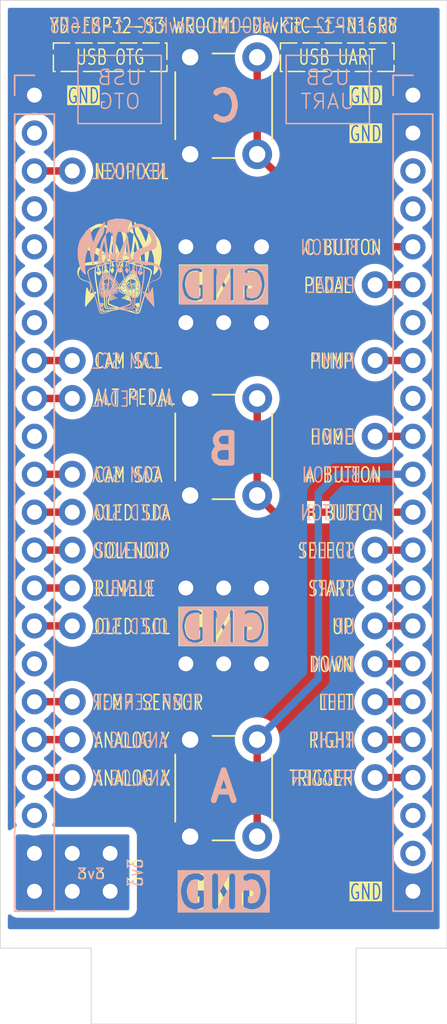
<source format=kicad_pcb>
(kicad_pcb (version 20241229) (generator "pcbnew") (generator_version "9.0")
  (title_block (comment 4 "AISLER Project ID: UDKLLJUE"))
  (layers (0 "F.Cu" signal) (2 "B.Cu" signal) (13 "F.Paste" user) (15 "B.Paste" user) (5 "F.SilkS" user "F.Silkscreen") (7 "B.SilkS" user "B.Silkscreen") (1 "F.Mask" user) (3 "B.Mask" user) (25 "Edge.Cuts" user))
  (net 0 "")
  (net 1 "VCC")
  (net 2 "GND")
  (net 3 "A")
  (net 4 "B")
  (net 5 "C")
  (footprint "MountingHole:MountingHole_2.2mm_M2" (layer "F.Cu") (at 243.84 106.68)
    (property "Reference" "REF**" (hide yes))
    (property "Value" "MountingHole_2.2mm_M2" (hide yes))
    (pad "" np_thru_hole circle (at 0 0) (size 2.2 2.2) (drill 2.2) (layers "*.Cu" "*.Mask"))
  )
  (footprint "Button_Switch_THT:SW_PUSH_6mm" (layer "F.Cu") (at 241.59 75.08 90)
    (property "Reference" "REF**" (hide yes))
    (property "Value" "SW_PUSH_6mm" (hide yes))
    (fp_text user "B" (at 3.25 2.25 0) (layer "F.Cu"))
    (pad "1" thru_hole circle (at 0 0 180) (size 2 2) (drill 1.1) (layers "*.Cu" "*.Mask") (net 2 "GND"))
    (pad "1" thru_hole circle (at 6.5 0 180) (size 2 2) (drill 1.1) (layers "*.Cu" "*.Mask") (net 2 "GND"))
    (pad "2" thru_hole circle (at 0 4.5 180) (size 2 2) (drill 1.1) (layers "*.Cu" "*.Mask") (net 4 "B"))
    (pad "2" thru_hole circle (at 6.5 4.5 180) (size 2 2) (drill 1.1) (layers "*.Cu" "*.Mask") (net 4 "B"))
  )
  (footprint "Button_Switch_THT:SW_PUSH_6mm" (layer "F.Cu") (at 241.59 97.94 90)
    (property "Reference" "REF**" (hide yes))
    (property "Value" "SW_PUSH_6mm" (hide yes))
    (fp_text user "A" (at 3.25 2.25 0) (layer "F.Cu"))
    (pad "1" thru_hole circle (at 0 0 180) (size 2 2) (drill 1.1) (layers "*.Cu" "*.Mask") (net 2 "GND"))
    (pad "1" thru_hole circle (at 6.5 0 180) (size 2 2) (drill 1.1) (layers "*.Cu" "*.Mask") (net 2 "GND"))
    (pad "2" thru_hole circle (at 0 4.5 180) (size 2 2) (drill 1.1) (layers "*.Cu" "*.Mask") (net 3 "A"))
    (pad "2" thru_hole circle (at 6.5 4.5 180) (size 2 2) (drill 1.1) (layers "*.Cu" "*.Mask") (net 3 "A"))
  )
  (footprint "Button_Switch_THT:SW_PUSH_6mm" (layer "F.Cu") (at 241.59 52.22 90)
    (property "Reference" "REF**" (hide yes))
    (property "Value" "SW_PUSH_6mm" (hide yes))
    (fp_text user "C" (at 3.25 2.25 0) (layer "F.Cu"))
    (pad "1" thru_hole circle (at 0 0 180) (size 2 2) (drill 1.1) (layers "*.Cu" "*.Mask") (net 2 "GND"))
    (pad "1" thru_hole circle (at 6.5 0 180) (size 2 2) (drill 1.1) (layers "*.Cu" "*.Mask") (net 2 "GND"))
    (pad "2" thru_hole circle (at 0 4.5 180) (size 2 2) (drill 1.1) (layers "*.Cu" "*.Mask") (net 5 "C"))
    (pad "2" thru_hole circle (at 6.5 4.5 180) (size 2 2) (drill 1.1) (layers "*.Cu" "*.Mask") (net 5 "C"))
  )
  (footprint "LOGO" (layer "F.Cu") (at 236.855 59.69)
    (property "Reference" "G***" (hide yes))
    (property "Value" "LOGO" (hide yes))
  )
  (footprint "Connector_PinSocket_2.54mm:PinSocket_1x22_P2.54mm_Vertical" (layer "B.Cu") (at 256.54 48.26 180)
    (property "Reference" "REF**" (hide yes))
    (property "Value" "PinSocket_1x22_P2.54mm_Vertical" (hide yes))
    (pad "23" thru_hole circle (at 0 -53.34 180) (size 1.7 1.7) (drill 1) (layers "*.Cu" "*.Mask") (net 2 "GND"))
    (pad "24" thru_hole circle (at 0 -50.8 180) (size 1.7 1.7) (drill 1) (layers "*.Cu" "*.Mask"))
    (pad "25" thru_hole circle (at 0 -48.26 180) (size 1.7 1.7) (drill 1) (layers "*.Cu" "*.Mask"))
    (pad "26" thru_hole circle (at 0 -45.72 180) (size 1.7 1.7) (drill 1) (layers "*.Cu" "*.Mask"))
    (pad "27" thru_hole circle (at 0 -43.18 180) (size 1.7 1.7) (drill 1) (layers "*.Cu" "*.Mask"))
    (pad "28" thru_hole circle (at 0 -40.64 180) (size 1.7 1.7) (drill 1) (layers "*.Cu" "*.Mask"))
    (pad "29" thru_hole circle (at 0 -38.1 180) (size 1.7 1.7) (drill 1) (layers "*.Cu" "*.Mask"))
    (pad "30" thru_hole circle (at 0 -35.56 180) (size 1.7 1.7) (drill 1) (layers "*.Cu" "*.Mask"))
    (pad "31" thru_hole circle (at 0 -33.02 180) (size 1.7 1.7) (drill 1) (layers "*.Cu" "*.Mask"))
    (pad "32" thru_hole circle (at 0 -30.48 180) (size 1.7 1.7) (drill 1) (layers "*.Cu" "*.Mask"))
    (pad "33" thru_hole circle (at 0 -27.94 180) (size 1.7 1.7) (drill 1) (layers "*.Cu" "*.Mask") (net 4 "B"))
    (pad "34" thru_hole circle (at 0 -25.4 180) (size 1.7 1.7) (drill 1) (layers "*.Cu" "*.Mask") (net 3 "A"))
    (pad "35" thru_hole circle (at 0 -22.86 180) (size 1.7 1.7) (drill 1) (layers "*.Cu" "*.Mask"))
    (pad "36" thru_hole circle (at 0 -20.32 180) (size 1.7 1.7) (drill 1) (layers "*.Cu" "*.Mask"))
    (pad "37" thru_hole circle (at 0 -17.78 180) (size 1.7 1.7) (drill 1) (layers "*.Cu" "*.Mask"))
    (pad "38" thru_hole circle (at 0 -15.24 180) (size 1.7 1.7) (drill 1) (layers "*.Cu" "*.Mask"))
    (pad "39" thru_hole circle (at 0 -12.7 180) (size 1.7 1.7) (drill 1) (layers "*.Cu" "*.Mask"))
    (pad "40" thru_hole circle (at 0 -10.16 180) (size 1.7 1.7) (drill 1) (layers "*.Cu" "*.Mask") (net 5 "C"))
    (pad "41" thru_hole circle (at 0 -7.62 180) (size 1.7 1.7) (drill 1) (layers "*.Cu" "*.Mask"))
    (pad "42" thru_hole circle (at 0 -5.08 180) (size 1.7 1.7) (drill 1) (layers "*.Cu" "*.Mask"))
    (pad "43" thru_hole circle (at 0 -2.54 180) (size 1.7 1.7) (drill 1) (layers "*.Cu" "*.Mask") (net 2 "GND"))
    (pad "44" thru_hole circle (at 0 0 180) (size 1.7 1.7) (drill 1) (layers "*.Cu" "*.Mask") (net 2 "GND"))
  )
  (footprint "Connector_PinSocket_2.54mm:PinSocket_1x22_P2.54mm_Vertical" (layer "B.Cu") (at 231.14 48.26 180)
    (property "Reference" "REF**" (hide yes))
    (property "Value" "PinSocket_1x22_P2.54mm_Vertical" (hide yes))
    (pad "1" thru_hole circle (at 0 0 180) (size 1.7 1.7) (drill 1) (layers "*.Cu" "*.Mask") (net 2 "GND"))
    (pad "2" thru_hole circle (at 0 -2.54 180) (size 1.7 1.7) (drill 1) (layers "*.Cu" "*.Mask"))
    (pad "3" thru_hole circle (at 0 -5.08 180) (size 1.7 1.7) (drill 1) (layers "*.Cu" "*.Mask"))
    (pad "4" thru_hole circle (at 0 -7.62 180) (size 1.7 1.7) (drill 1) (layers "*.Cu" "*.Mask"))
    (pad "5" thru_hole circle (at 0 -10.16 180) (size 1.7 1.7) (drill 1) (layers "*.Cu" "*.Mask"))
    (pad "6" thru_hole circle (at 0 -12.7 180) (size 1.7 1.7) (drill 1) (layers "*.Cu" "*.Mask"))
    (pad "7" thru_hole circle (at 0 -15.24 180) (size 1.7 1.7) (drill 1) (layers "*.Cu" "*.Mask"))
    (pad "8" thru_hole circle (at 0 -17.78 180) (size 1.7 1.7) (drill 1) (layers "*.Cu" "*.Mask"))
    (pad "9" thru_hole circle (at 0 -20.32 180) (size 1.7 1.7) (drill 1) (layers "*.Cu" "*.Mask"))
    (pad "10" thru_hole circle (at 0 -22.86 180) (size 1.7 1.7) (drill 1) (layers "*.Cu" "*.Mask"))
    (pad "11" thru_hole circle (at 0 -25.4 180) (size 1.7 1.7) (drill 1) (layers "*.Cu" "*.Mask"))
    (pad "12" thru_hole circle (at 0 -27.94 180) (size 1.7 1.7) (drill 1) (layers "*.Cu" "*.Mask"))
    (pad "13" thru_hole circle (at 0 -30.48 180) (size 1.7 1.7) (drill 1) (layers "*.Cu" "*.Mask"))
    (pad "14" thru_hole circle (at 0 -33.02 180) (size 1.7 1.7) (drill 1) (layers "*.Cu" "*.Mask"))
    (pad "15" thru_hole circle (at 0 -35.56 180) (size 1.7 1.7) (drill 1) (layers "*.Cu" "*.Mask"))
    (pad "16" thru_hole circle (at 0 -38.1 180) (size 1.7 1.7) (drill 1) (layers "*.Cu" "*.Mask"))
    (pad "17" thru_hole circle (at 0 -40.64 180) (size 1.7 1.7) (drill 1) (layers "*.Cu" "*.Mask"))
    (pad "18" thru_hole circle (at 0 -43.18 180) (size 1.7 1.7) (drill 1) (layers "*.Cu" "*.Mask"))
    (pad "19" thru_hole circle (at 0 -45.72 180) (size 1.7 1.7) (drill 1) (layers "*.Cu" "*.Mask"))
    (pad "20" thru_hole circle (at 0 -48.26 180) (size 1.7 1.7) (drill 1) (layers "*.Cu" "*.Mask"))
    (pad "21" thru_hole circle (at 0 -50.8 180) (size 1.7 1.7) (drill 1) (layers "*.Cu" "*.Mask") (net 1 "VCC"))
    (pad "22" thru_hole circle (at 0 -53.34 180) (size 1.7 1.7) (drill 1) (layers "*.Cu" "*.Mask") (net 1 "VCC"))
  )
  (footprint "LOGO" (layer "B.Cu") (at 236.855 59.69 180)
    (property "Reference" "G***" (hide yes))
    (property "Value" "LOGO" (hide yes))
  )
  (gr_line (start 228.854 105.41) (end 234.95 105.41) (stroke (width 0.05)) (layer "Edge.Cuts"))
  (gr_line (start 252.73 105.41) (end 258.826 105.41) (stroke (width 0.05)) (layer "Edge.Cuts"))
  (gr_line (start 234.95 105.41) (end 234.95 110.49) (stroke (width 0.05)) (layer "Edge.Cuts"))
  (gr_line (start 258.826 41.91) (end 228.854 41.91) (stroke (width 0.05)) (layer "Edge.Cuts"))
  (gr_line (start 228.854 41.91) (end 228.854 105.41) (stroke (width 0.05)) (layer "Edge.Cuts"))
  (gr_line (start 252.73 110.49) (end 252.73 105.41) (stroke (width 0.05)) (layer "Edge.Cuts"))
  (gr_line (start 258.826 105.41) (end 258.826 41.91) (stroke (width 0.05)) (layer "Edge.Cuts"))
  (gr_line (start 234.95 110.49) (end 252.73 110.49) (stroke (width 0.05)) (layer "Edge.Cuts"))
  (gr_text "ANALOG X" (at 235.077 94.615 0) (layer "F.SilkS") (effects (font (size 1 0.7) (thickness 0.1)) (justify left bottom)))
  (gr_text "RUMBLE" (at 235.077 81.915 0) (layer "F.SilkS") (effects (font (size 1 0.7) (thickness 0.1)) (justify left bottom)))
  (gr_text "LEFT" (at 252.603 89.535 0) (layer "F.SilkS") (effects (font (size 1 0.7) (thickness 0.1)) (justify right bottom)))
  (gr_text "CAM SCL" (at 235.077 66.6496 0) (layer "F.SilkS") (effects (font (size 1 0.7) (thickness 0.1)) (justify left bottom)))
  (gr_text "TEMP SENSOR" (at 235.077 89.535 0) (layer "F.SilkS") (effects (font (size 1 0.7) (thickness 0.1)) (justify left bottom)))
  (gr_text "DOWN" (at 252.603 86.995 0) (layer "F.SilkS") (effects (font (size 1 0.7) (thickness 0.1)) (justify right bottom)))
  (gr_text "OLED SCL" (at 235.077 84.455 0) (layer "F.SilkS") (effects (font (size 1 0.7) (thickness 0.1)) (justify left bottom)))
  (gr_text "GND" (at 254.508 102.235 0) (layer "F.SilkS" knockout) (effects (font (size 1 0.7) (thickness 0.1)) (justify right bottom)))
  (gr_text "B BUTTON" (at 254.635 76.835 0) (layer "F.SilkS") (effects (font (size 1 0.7) (thickness 0.1)) (justify right bottom)))
  (gr_text "GND" (at 254.508 51.435 0) (layer "F.SilkS" knockout) (effects (font (size 1 0.7) (thickness 0.1)) (justify right bottom)))
  (gr_text "OLED SDA" (at 235.077 76.835 0) (layer "F.SilkS") (effects (font (size 1 0.7) (thickness 0.1)) (justify left bottom)))
  (gr_text "HOME" (at 252.603 71.755 0) (layer "F.SilkS") (effects (font (size 1 0.7) (thickness 0.1)) (justify right bottom)))
  (gr_text "GND" (at 243.8146 62.1792 0) (layer "F.SilkS" knockout) (effects (font (size 2 2) (thickness 0.2)) (justify bottom)))
  (gr_text "PUMP" (at 252.603 66.675 0) (layer "F.SilkS") (effects (font (size 1 0.7) (thickness 0.1)) (justify right bottom)))
  (gr_text "RIGHT" (at 252.603 92.075 0) (layer "F.SilkS") (effects (font (size 1 0.7) (thickness 0.1)) (justify right bottom)))
  (gr_text "GND" (at 243.7892 85.1154 0) (layer "F.SilkS" knockout) (effects (font (size 2 2) (thickness 0.2)) (justify bottom)))
  (gr_text "GND" (at 254.508 48.895 0) (layer "F.SilkS" knockout) (effects (font (size 1 0.7) (thickness 0.1)) (justify right bottom)))
  (gr_text "SELECT" (at 252.603 79.375 0) (layer "F.SilkS") (effects (font (size 1 0.7) (thickness 0.1)) (justify right bottom)))
  (gr_text "YD-ESP32-S3 WROOM1-DevKitC-1-N16R8" (at 243.84 44.196 0) (layer "F.SilkS") (effects (font (size 1 0.7) (thickness 0.1)) (justify bottom)))
  (gr_text "PEDAL" (at 252.476 61.595 0) (layer "F.SilkS") (effects (font (size 1 0.7) (thickness 0.1)) (justify right bottom)))
  (gr_text "TRIGGER" (at 252.603 94.615 0) (layer "F.SilkS") (effects (font (size 1 0.7) (thickness 0.1)) (justify right bottom)))
  (gr_text "GND" (at 243.84 102.87 0) (layer "F.SilkS" knockout) (effects (font (size 2 2) (thickness 0.4) (bold yes)) (justify bottom)))
  (gr_text "ANALOG Y" (at 235.077 92.075 0) (layer "F.SilkS") (effects (font (size 1 0.7) (thickness 0.1)) (justify left bottom)))
  (gr_text "3v3" (at 234.95 100.838 0) (layer "F.SilkS") (effects (font (size 0.7 0.7) (thickness 0.1)) (justify bottom)))
  (gr_text "A BUTTON" (at 254.508 74.295 0) (layer "F.SilkS") (effects (font (size 1 0.7) (thickness 0.1)) (justify right bottom)))
  (gr_text "3v3" (at 238.506 101.346 90) (layer "F.SilkS") (effects (font (size 1 0.7) (thickness 0.1)) (justify left bottom)))
  (gr_text "GND" (at 233.299 48.895 0) (layer "F.SilkS" knockout) (effects (font (size 1 0.7) (thickness 0.1)) (justify left bottom)))
  (gr_text "CAM SDA" (at 235.077 74.295 0) (layer "F.SilkS") (effects (font (size 1 0.7) (thickness 0.1)) (justify left bottom)))
  (gr_text "NEOPIXEL" (at 235.077 53.975 0) (layer "F.SilkS") (effects (font (size 1 0.7) (thickness 0.1)) (justify left bottom)))
  (gr_text "C BUTTON" (at 254.508 59.055 0) (layer "F.SilkS") (effects (font (size 1 0.7) (thickness 0.1)) (justify right bottom)))
  (gr_text "SOLENOID" (at 235.077 79.375 0) (layer "F.SilkS") (effects (font (size 1 0.7) (thickness 0.1)) (justify left bottom)))
  (gr_text "START" (at 252.603 81.915 0) (layer "F.SilkS") (effects (font (size 1 0.7) (thickness 0.1)) (justify right bottom)))
  (gr_text "UP" (at 252.603 84.455 0) (layer "F.SilkS") (effects (font (size 1 0.7) (thickness 0.1)) (justify right bottom)))
  (gr_text "ALT PEDAL" (at 235.077 69.088 0) (layer "F.SilkS") (effects (font (size 1 0.7) (thickness 0.1)) (justify left bottom)))
  (gr_text "PUMP" (at 252.73 66.675 0) (layer "B.SilkS") (effects (font (size 1 0.7) (thickness 0.1)) (justify left bottom mirror)))
  (gr_text "ANALOG X" (at 234.95 94.615 0) (layer "B.SilkS") (effects (font (size 1 0.7) (thickness 0.1)) (justify right bottom mirror)))
  (gr_text "TRIGGER" (at 252.73 94.615 0) (layer "B.SilkS") (effects (font (size 1 0.7) (thickness 0.1)) (justify left bottom mirror)))
  (gr_text "PEDAL" (at 252.73 61.595 0) (layer "B.SilkS") (effects (font (size 1 0.7) (thickness 0.1)) (justify left bottom mirror)))
  (gr_text "OLED SDA" (at 234.95 76.835 0) (layer "B.SilkS") (effects (font (size 1 0.7) (thickness 0.1)) (justify right bottom mirror)))
  (gr_text "B BUTTON" (at 254.254 76.835 0) (layer "B.SilkS") (effects (font (size 1 0.7) (thickness 0.1)) (justify left bottom mirror)))
  (gr_text "A BUTTON" (at 254.254 74.295 0) (layer "B.SilkS") (effects (font (size 1 0.7) (thickness 0.1)) (justify left bottom mirror)))
  (gr_text "START" (at 252.73 81.915 0) (layer "B.SilkS") (effects (font (size 1 0.7) (thickness 0.1)) (justify left bottom mirror)))
  (gr_text "DOWN" (at 252.73 86.995 0) (layer "B.SilkS") (effects (font (size 1 0.7) (thickness 0.1)) (justify left bottom mirror)))
  (gr_text "GND" (at 243.84 85.09 0) (layer "B.SilkS" knockout) (effects (font (size 2 2) (thickness 0.2)) (justify bottom mirror)))
  (gr_text "GND" (at 243.84 62.23 0) (layer "B.SilkS" knockout) (effects (font (size 2 2) (thickness 0.2)) (justify bottom mirror)))
  (gr_text "3v3" (at 238.506 101.346 90) (layer "B.SilkS") (effects (font (size 1 0.7) (thickness 0.1)) (justify right bottom mirror)))
  (gr_text "CAM SDA" (at 234.95 74.295 0) (layer "B.SilkS") (effects (font (size 1 0.7) (thickness 0.1)) (justify right bottom mirror)))
  (gr_text "SELECT" (at 252.73 79.375 0) (layer "B.SilkS") (effects (font (size 1 0.7) (thickness 0.1)) (justify left bottom mirror)))
  (gr_text "GND" (at 247.142 102.87 0) (layer "B.SilkS" knockout) (effects (font (size 2 2) (thickness 0.4) (bold yes)) (justify left bottom mirror)))
  (gr_text "LEFT" (at 252.73 89.535 0) (layer "B.SilkS") (effects (font (size 1 0.7) (thickness 0.1)) (justify left bottom mirror)))
  (gr_text "RIGHT" (at 252.73 92.075 0) (layer "B.SilkS") (effects (font (size 1 0.7) (thickness 0.1)) (justify left bottom mirror)))
  (gr_text "C BUTTON" (at 254.254 59.055 0) (layer "B.SilkS") (effects (font (size 1 0.7) (thickness 0.1)) (justify left bottom mirror)))
  (gr_text "SOLENOID" (at 234.95 79.375 0) (layer "B.SilkS") (effects (font (size 1 0.7) (thickness 0.1)) (justify right bottom mirror)))
  (gr_text "HOME" (at 252.73 71.755 0) (layer "B.SilkS") (effects (font (size 1 0.7) (thickness 0.1)) (justify left bottom mirror)))
  (gr_text "C" (at 243.967 50.165 0) (layer "B.SilkS") (effects (font (size 2 2) (thickness 0.4) (bold yes)) (justify bottom mirror)))
  (gr_text "B" (at 243.84 73.152 0) (layer "B.SilkS") (effects (font (size 2 2) (thickness 0.4) (bold yes)) (justify bottom mirror)))
  (gr_text "OLED SCL" (at 234.95 84.455 0) (layer "B.SilkS") (effects (font (size 1 0.7) (thickness 0.1)) (justify right bottom mirror)))
  (gr_text "CAM SCL" (at 234.95 66.675 0) (layer "B.SilkS") (effects (font (size 1 0.7) (thickness 0.1)) (justify right bottom mirror)))
  (gr_text "RUMBLE" (at 234.95 81.915 0) (layer "B.SilkS") (effects (font (size 1 0.7) (thickness 0.1)) (justify right bottom mirror)))
  (gr_text "3v3" (at 233.934 100.838 0) (layer "B.SilkS") (effects (font (size 0.7 0.7) (thickness 0.1)) (justify right bottom mirror)))
  (gr_text "A" (at 243.84 95.758 0) (layer "B.SilkS") (effects (font (size 2 2) (thickness 0.4) (bold yes)) (justify bottom mirror)))
  (gr_text "ALT PEDAL" (at 234.95 69.215 0) (layer "B.SilkS") (effects (font (size 1 0.7) (thickness 0.1)) (justify right bottom mirror)))
  (gr_text "TEMP SENSOR" (at 234.95 89.535 0) (layer "B.SilkS") (effects (font (size 1 0.7) (thickness 0.1)) (justify right bottom mirror)))
  (gr_text "NEOPIXEL" (at 234.95 53.975 0) (layer "B.SilkS") (effects (font (size 1 0.7) (thickness 0.1)) (justify right bottom mirror)))
  (gr_text "YD-ESP32-S3 WROOM1-DevKitC-1-N16R8" (at 243.84 44.196 0) (layer "B.SilkS") (effects (font (size 1 0.7) (thickness 0.1)) (justify bottom mirror)))
  (gr_text "ANALOG Y" (at 234.95 92.075 0) (layer "B.SilkS") (effects (font (size 1 0.7) (thickness 0.1)) (justify right bottom mirror)))
  (gr_text "UP" (at 252.73 84.455 0) (layer "B.SilkS") (effects (font (size 1 0.7) (thickness 0.1)) (justify left bottom mirror)))
  (gr_text_box "USB UART" (start 247.65 44.7675) (end 255.27 46.6725) (margins 1.0025 1.0025 1.0025 1.0025) (layer "F.SilkS") (effects (font (size 1 0.7) (thickness 0.1))) (border yes) (stroke (width 0.1) (type dash)))
  (gr_text_box "USB OTG" (start 232.41 44.7675) (end 240.03 46.6725) (margins 1.0025 1.0025 1.0025 1.0025) (layer "F.SilkS") (effects (font (size 1 0.7) (thickness 0.1))) (border yes) (stroke (width 0.1) (type dash)))
  (gr_text_box "USB\nUART" (start 248.031 45.593) (end 253.619 50.165) (margins 1.0025 1.0025 1.0025 1.0025) (layer "B.SilkS") (effects (font (size 1 1) (thickness 0.1)) (justify mirror)) (border yes) (stroke (width 0.1)))
  (gr_text_box "USB\nOTG" (start 234.061 45.593) (end 239.649 50.165) (margins 1.0025 1.0025 1.0025 1.0025) (layer "B.SilkS") (effects (font (size 1 1) (thickness 0.1)) (justify mirror)) (border yes) (stroke (width 0.1)))
  (segment (start 233.68 81.28) (end 231.14 81.28) (width 0.5) (layer "F.Cu") (net 0))
  (segment (start 254 78.74) (end 256.54 78.74) (width 0.5) (layer "F.Cu") (net 0))
  (segment (start 233.68 88.9) (end 231.14 88.9) (width 0.5) (layer "F.Cu") (net 0))
  (segment (start 233.68 73.66) (end 231.14 73.66) (width 0.5) (layer "F.Cu") (net 0))
  (segment (start 233.68 93.98) (end 231.14 93.98) (width 0.5) (layer "F.Cu") (net 0))
  (segment (start 254 60.96) (end 256.54 60.96) (width 0.5) (layer "F.Cu") (net 0))
  (segment (start 254 88.9) (end 256.54 88.9) (width 0.5) (layer "F.Cu") (net 0))
  (segment (start 254 93.98) (end 256.54 93.98) (width 0.5) (layer "F.Cu") (net 0))
  (segment (start 254 66.04) (end 256.54 66.04) (width 0.5) (layer "F.Cu") (net 0))
  (segment (start 233.68 76.2) (end 231.14 76.2) (width 0.5) (layer "F.Cu") (net 0))
  (segment (start 233.68 68.58) (end 231.14 68.58) (width 0.5) (layer "F.Cu") (net 0))
  (segment (start 254 81.28) (end 256.54 81.28) (width 0.5) (layer "F.Cu") (net 0))
  (segment (start 233.68 53.34) (end 231.14 53.34) (width 0.5) (layer "F.Cu") (net 0))
  (segment (start 254 83.82) (end 256.54 83.82) (width 0.5) (layer "F.Cu") (net 0))
  (segment (start 254 91.44) (end 256.54 91.44) (width 0.5) (layer "F.Cu") (net 0))
  (segment (start 233.68 83.82) (end 231.14 83.82) (width 0.5) (layer "F.Cu") (net 0))
  (segment (start 233.68 66.04) (end 231.14 66.04) (width 0.5) (layer "F.Cu") (net 0))
  (segment (start 233.68 91.44) (end 231.14 91.44) (width 0.5) (layer "F.Cu") (net 0))
  (segment (start 233.68 78.74) (end 231.14 78.74) (width 0.5) (layer "F.Cu") (net 0))
  (segment (start 254 86.36) (end 256.54 86.36) (width 0.5) (layer "F.Cu") (net 0))
  (segment (start 254 71.12) (end 256.54 71.12) (width 0.5) (layer "F.Cu") (net 0))
  (via (at 233.68 76.2) (size 1.8) (drill 1) (layers "F.Cu" "B.Cu") (net 0))
  (via (at 254 93.98) (size 1.8) (drill 1) (layers "F.Cu" "B.Cu") (net 0))
  (via (at 254 78.74) (size 1.8) (drill 1) (layers "F.Cu" "B.Cu") (net 0))
  (via (at 254 83.82) (size 1.8) (drill 1) (layers "F.Cu" "B.Cu") (net 0))
  (via (at 254 81.28) (size 1.8) (drill 1) (layers "F.Cu" "B.Cu") (net 0))
  (via (at 233.68 66.04) (size 1.8) (drill 1) (layers "F.Cu" "B.Cu") (net 0))
  (via (at 254 71.12) (size 1.8) (drill 1) (layers "F.Cu" "B.Cu") (net 0))
  (via (at 254 88.9) (size 1.8) (drill 1) (layers "F.Cu" "B.Cu") (net 0))
  (via (at 233.68 91.44) (size 1.8) (drill 1) (layers "F.Cu" "B.Cu") (net 0))
  (via (at 233.68 73.66) (size 1.8) (drill 1) (layers "F.Cu" "B.Cu") (net 0))
  (via (at 254 60.96) (size 1.8) (drill 1) (layers "F.Cu" "B.Cu") (net 0))
  (via (at 254 91.44) (size 1.8) (drill 1) (layers "F.Cu" "B.Cu") (net 0))
  (via (at 233.68 68.58) (size 1.8) (drill 1) (layers "F.Cu" "B.Cu") (net 0))
  (via (at 233.68 83.82) (size 1.8) (drill 1) (layers "F.Cu" "B.Cu") (net 0))
  (via (at 233.68 93.98) (size 1.8) (drill 1) (layers "F.Cu" "B.Cu") (net 0))
  (via (at 233.68 53.34) (size 1.8) (drill 1) (layers "F.Cu" "B.Cu") (net 0))
  (via (at 254 86.36) (size 1.8) (drill 1) (layers "F.Cu" "B.Cu") (net 0))
  (via (at 233.68 81.28) (size 1.8) (drill 1) (layers "F.Cu" "B.Cu") (net 0))
  (via (at 233.68 88.9) (size 1.8) (drill 1) (layers "F.Cu" "B.Cu") (net 0))
  (via (at 254 66.04) (size 1.8) (drill 1) (layers "F.Cu" "B.Cu") (net 0))
  (via (at 233.68 78.74) (size 1.8) (drill 1) (layers "F.Cu" "B.Cu") (net 0))
  (via (at 236.22 99.06) (size 1.8) (drill 1) (layers "F.Cu" "B.Cu") (net 1))
  (via (at 233.68 99.06) (size 1.8) (drill 1) (layers "F.Cu" "B.Cu") (net 1))
  (via (at 236.22 101.6) (size 1.8) (drill 1) (layers "F.Cu" "B.Cu") (net 1))
  (via (at 233.68 101.6) (size 1.8) (drill 1) (layers "F.Cu" "B.Cu") (net 1))
  (via (at 246.38 86.36) (size 1.8) (drill 1) (layers "F.Cu" "B.Cu") (net 2))
  (via (at 243.84 58.42) (size 1.8) (drill 1) (layers "F.Cu" "B.Cu") (net 2))
  (via (at 241.3 86.36) (size 1.8) (drill 1) (layers "F.Cu" "B.Cu") (net 2))
  (via (at 246.38 58.42) (size 1.8) (drill 1) (layers "F.Cu" "B.Cu") (net 2))
  (via (at 241.3 63.5) (size 1.8) (drill 1) (layers "F.Cu" "B.Cu") (net 2))
  (via (at 246.38 81.28) (size 1.8) (drill 1) (layers "F.Cu" "B.Cu") (net 2))
  (via (at 241.3 58.42) (size 1.8) (drill 1) (layers "F.Cu" "B.Cu") (net 2))
  (via (at 243.84 86.36) (size 1.8) (drill 1) (layers "F.Cu" "B.Cu") (net 2))
  (via (at 241.3 81.28) (size 1.8) (drill 1) (layers "F.Cu" "B.Cu") (net 2))
  (via (at 243.84 81.28) (size 1.8) (drill 1) (layers "F.Cu" "B.Cu") (net 2))
  (via (at 243.84 63.5) (size 1.8) (drill 1) (layers "F.Cu" "B.Cu") (net 2))
  (via (at 246.38 63.5) (size 1.8) (drill 1) (layers "F.Cu" "B.Cu") (net 2))
  (segment (start 246.09 91.44) (end 246.38 91.44) (width 0.5) (layer "F.Cu") (net 3))
  (segment (start 246.09 91.44) (end 246.09 97.94) (width 0.5) (layer "F.Cu") (net 3))
  (segment (start 250.19 74.93) (end 251.46 73.66) (width 0.5) (layer "B.Cu") (net 3))
  (segment (start 251.46 73.66) (end 256.54 73.66) (width 0.5) (layer "B.Cu") (net 3))
  (segment (start 246.09 91.44) (end 250.19 87.34) (width 0.5) (layer "B.Cu") (net 3))
  (segment (start 250.19 87.34) (end 250.19 74.93) (width 0.5) (layer "B.Cu") (net 3))
  (segment (start 247.21 76.2) (end 246.09 75.08) (width 0.5) (layer "F.Cu") (net 4))
  (segment (start 246.09 68.58) (end 246.09 75.08) (width 0.5) (layer "F.Cu") (net 4))
  (segment (start 256.54 76.2) (end 247.21 76.2) (width 0.5) (layer "F.Cu") (net 4))
  (segment (start 246.09 45.72) (end 246.09 52.22) (width 0.5) (layer "F.Cu") (net 5))
  (segment (start 252.29 58.42) (end 246.09 52.22) (width 0.5) (layer "F.Cu") (net 5))
  (segment (start 256.54 58.42) (end 252.29 58.42) (width 0.5) (layer "F.Cu") (net 5))
  (zone (net 2) (net_name "GND") (layers "F.Cu" "B.Cu") (name "GND") (connect_pads yes (clearance 0.5)) (min_thickness 0.25) (fill yes (thermal_gap 0.5) (thermal_bridge_width 0.5) (island_removal_mode 1) (island_area_min 10))
    (polygon (pts (xy 228.854 41.91) (xy 258.826 41.91) (xy 258.826 104.14) (xy 228.854 104.14)))
  )
  (zone (net 1) (net_name "VCC") (layers "F.Cu" "B.Cu") (name "VCC") (priority 1) (connect_pads yes (clearance 0.5)) (min_thickness 0.25) (fill yes (thermal_gap 0.5) (thermal_bridge_width 0.5) (island_removal_mode 1) (island_area_min 10))
    (polygon (pts (xy 229.893986 97.79) (xy 237.513986 97.79) (xy 237.513986 102.87) (xy 229.893986 102.87)))
  )
)
</source>
